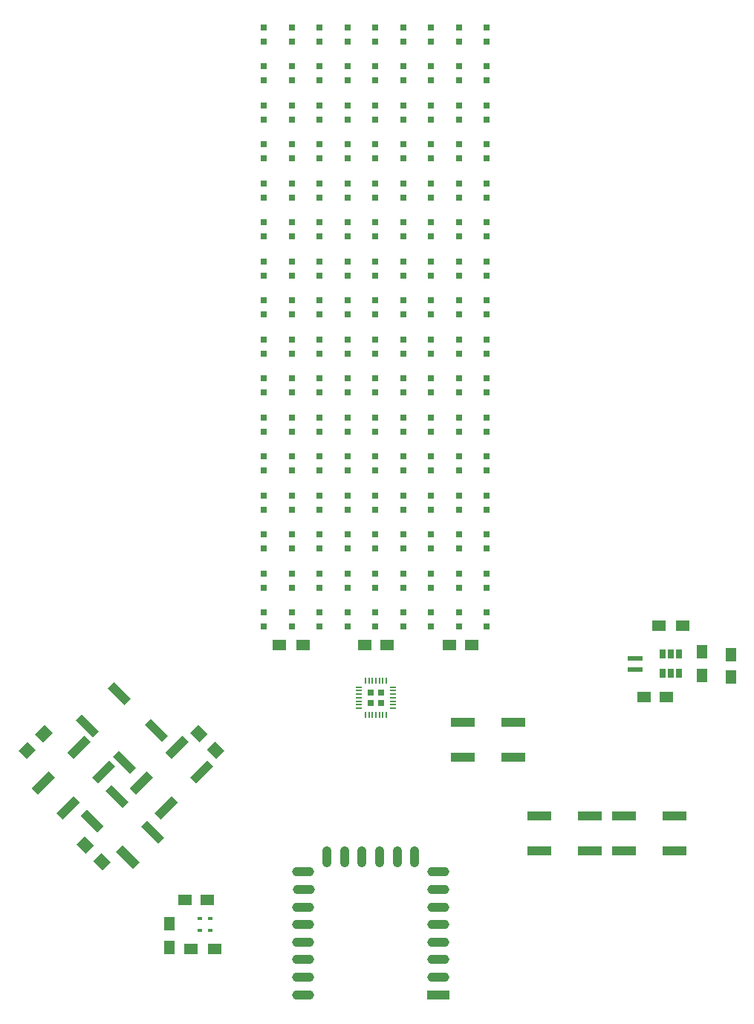
<source format=gtp>
G04 #@! TF.FileFunction,Paste,Top*
%FSLAX46Y46*%
G04 Gerber Fmt 4.6, Leading zero omitted, Abs format (unit mm)*
G04 Created by KiCad (PCBNEW 4.0.4-stable) date 05/15/17 11:58:30*
%MOMM*%
%LPD*%
G01*
G04 APERTURE LIST*
%ADD10C,0.100000*%
%ADD11R,0.800000X0.800000*%
%ADD12R,1.500000X1.250000*%
%ADD13R,1.500000X1.300000*%
%ADD14R,2.500000X1.100000*%
%ADD15O,2.500000X1.100000*%
%ADD16O,1.100000X2.400000*%
%ADD17R,1.300000X1.500000*%
%ADD18R,0.200000X0.800000*%
%ADD19R,0.800000X0.200000*%
%ADD20R,0.720000X0.720000*%
%ADD21R,0.600000X0.450000*%
%ADD22R,2.750000X1.000000*%
%ADD23R,0.650000X1.060000*%
%ADD24R,1.250000X1.500000*%
%ADD25R,1.800000X0.600000*%
G04 APERTURE END LIST*
D10*
G36*
X57398978Y-115925414D02*
X58106085Y-115218307D01*
X60050628Y-117162850D01*
X59343521Y-117869957D01*
X57398978Y-115925414D01*
X57398978Y-115925414D01*
G37*
G36*
X53207249Y-111733685D02*
X53914356Y-111026578D01*
X55858899Y-112971121D01*
X55151792Y-113678228D01*
X53207249Y-111733685D01*
X53207249Y-111733685D01*
G37*
G36*
X49558578Y-115382356D02*
X50265685Y-114675249D01*
X52210228Y-116619792D01*
X51503121Y-117326899D01*
X49558578Y-115382356D01*
X49558578Y-115382356D01*
G37*
G36*
X53750307Y-119574085D02*
X54457414Y-118866978D01*
X56401957Y-120811521D01*
X55694850Y-121518628D01*
X53750307Y-119574085D01*
X53750307Y-119574085D01*
G37*
D11*
X96378000Y-38071000D03*
X96378000Y-36471000D03*
X96378000Y-42516000D03*
X96378000Y-40916000D03*
X96378000Y-46961000D03*
X96378000Y-45361000D03*
X96378000Y-51406000D03*
X96378000Y-49806000D03*
X96378000Y-55851000D03*
X96378000Y-54251000D03*
X96378000Y-60296000D03*
X96378000Y-58696000D03*
X96378000Y-64741000D03*
X96378000Y-63141000D03*
X96378000Y-69186000D03*
X96378000Y-67586000D03*
X96378000Y-73631000D03*
X96378000Y-72031000D03*
X96378000Y-78076000D03*
X96378000Y-76476000D03*
X96378000Y-82521000D03*
X96378000Y-80921000D03*
X96378000Y-86966000D03*
X96378000Y-85366000D03*
X96378000Y-91411000D03*
X96378000Y-89811000D03*
X96378000Y-95856000D03*
X96378000Y-94256000D03*
X96378000Y-100301000D03*
X96378000Y-98701000D03*
X96378000Y-104746000D03*
X96378000Y-103146000D03*
D12*
X92158500Y-106870500D03*
X94658500Y-106870500D03*
D11*
X93203000Y-38071000D03*
X93203000Y-36471000D03*
X93203000Y-42516000D03*
X93203000Y-40916000D03*
X93203000Y-46961000D03*
X93203000Y-45361000D03*
X93203000Y-51406000D03*
X93203000Y-49806000D03*
X93203000Y-55851000D03*
X93203000Y-54251000D03*
X93203000Y-60296000D03*
X93203000Y-58696000D03*
X93203000Y-64741000D03*
X93203000Y-63141000D03*
X93203000Y-69186000D03*
X93203000Y-67586000D03*
X93203000Y-73631000D03*
X93203000Y-72031000D03*
X93203000Y-78076000D03*
X93203000Y-76476000D03*
X93203000Y-82521000D03*
X93203000Y-80921000D03*
X93203000Y-86966000D03*
X93203000Y-85366000D03*
X93203000Y-91411000D03*
X93203000Y-89811000D03*
X93203000Y-95856000D03*
X93203000Y-94256000D03*
X93203000Y-100301000D03*
X93203000Y-98701000D03*
X93203000Y-104746000D03*
X93203000Y-103146000D03*
D12*
X85006500Y-106870500D03*
X82506500Y-106870500D03*
D11*
X90028000Y-38071000D03*
X90028000Y-36471000D03*
X90028000Y-42516000D03*
X90028000Y-40916000D03*
X90028000Y-46961000D03*
X90028000Y-45361000D03*
X90028000Y-51406000D03*
X90028000Y-49806000D03*
X90028000Y-55851000D03*
X90028000Y-54251000D03*
X90028000Y-60296000D03*
X90028000Y-58696000D03*
X90028000Y-64741000D03*
X90028000Y-63141000D03*
X90028000Y-69186000D03*
X90028000Y-67586000D03*
X90028000Y-73631000D03*
X90028000Y-72031000D03*
X90028000Y-78076000D03*
X90028000Y-76476000D03*
X90028000Y-82521000D03*
X90028000Y-80921000D03*
X90028000Y-86966000D03*
X90028000Y-85366000D03*
X90028000Y-91411000D03*
X90028000Y-89811000D03*
X90028000Y-95856000D03*
X90028000Y-94256000D03*
X90028000Y-100301000D03*
X90028000Y-98701000D03*
X90028000Y-104746000D03*
X90028000Y-103146000D03*
X86853000Y-38071000D03*
X86853000Y-36471000D03*
X86853000Y-42516000D03*
X86853000Y-40916000D03*
X86853000Y-46961000D03*
X86853000Y-45361000D03*
X86853000Y-51406000D03*
X86853000Y-49806000D03*
X86853000Y-55851000D03*
X86853000Y-54251000D03*
X86853000Y-60296000D03*
X86853000Y-58696000D03*
X86853000Y-64741000D03*
X86853000Y-63141000D03*
X86853000Y-69186000D03*
X86853000Y-67586000D03*
X86853000Y-73631000D03*
X86853000Y-72031000D03*
X86853000Y-78076000D03*
X86853000Y-76476000D03*
X86853000Y-82521000D03*
X86853000Y-80921000D03*
X86853000Y-86966000D03*
X86853000Y-85366000D03*
X86853000Y-91411000D03*
X86853000Y-89811000D03*
X86853000Y-95856000D03*
X86853000Y-94256000D03*
X86853000Y-100301000D03*
X86853000Y-98701000D03*
X86853000Y-104746000D03*
X86853000Y-103146000D03*
X83678000Y-38071000D03*
X83678000Y-36471000D03*
X83678000Y-42516000D03*
X83678000Y-40916000D03*
X83678000Y-46961000D03*
X83678000Y-45361000D03*
X83678000Y-51406000D03*
X83678000Y-49806000D03*
X83678000Y-55851000D03*
X83678000Y-54251000D03*
X83678000Y-60296000D03*
X83678000Y-58696000D03*
X83678000Y-64741000D03*
X83678000Y-63141000D03*
X83678000Y-69186000D03*
X83678000Y-67586000D03*
X83678000Y-73631000D03*
X83678000Y-72031000D03*
X83678000Y-78076000D03*
X83678000Y-76476000D03*
X83678000Y-82521000D03*
X83678000Y-80921000D03*
X83678000Y-86966000D03*
X83678000Y-85366000D03*
X83678000Y-91411000D03*
X83678000Y-89811000D03*
X83678000Y-95856000D03*
X83678000Y-94256000D03*
X83678000Y-100301000D03*
X83678000Y-98701000D03*
X83678000Y-104746000D03*
X83678000Y-103146000D03*
X80503000Y-38071000D03*
X80503000Y-36471000D03*
X80503000Y-42516000D03*
X80503000Y-40916000D03*
X80503000Y-46961000D03*
X80503000Y-45361000D03*
X80503000Y-51406000D03*
X80503000Y-49806000D03*
X80503000Y-55851000D03*
X80503000Y-54251000D03*
X80503000Y-60296000D03*
X80503000Y-58696000D03*
X80503000Y-64741000D03*
X80503000Y-63141000D03*
X80503000Y-69186000D03*
X80503000Y-67586000D03*
X80503000Y-73631000D03*
X80503000Y-72031000D03*
X80503000Y-78076000D03*
X80503000Y-76476000D03*
X80503000Y-82521000D03*
X80503000Y-80921000D03*
X80503000Y-86966000D03*
X80503000Y-85366000D03*
X80503000Y-91411000D03*
X80503000Y-89811000D03*
X80503000Y-95856000D03*
X80503000Y-94256000D03*
X80503000Y-100301000D03*
X80503000Y-98701000D03*
X80503000Y-104746000D03*
X80503000Y-103146000D03*
X77328000Y-38071000D03*
X77328000Y-36471000D03*
X77328000Y-42516000D03*
X77328000Y-40916000D03*
X77328000Y-46961000D03*
X77328000Y-45361000D03*
X77328000Y-51406000D03*
X77328000Y-49806000D03*
X77328000Y-55851000D03*
X77328000Y-54251000D03*
X77328000Y-60296000D03*
X77328000Y-58696000D03*
X77328000Y-64741000D03*
X77328000Y-63141000D03*
X77328000Y-69186000D03*
X77328000Y-67586000D03*
X77328000Y-73631000D03*
X77328000Y-72031000D03*
X77328000Y-78076000D03*
X77328000Y-76476000D03*
X77328000Y-82521000D03*
X77328000Y-80921000D03*
X77328000Y-86966000D03*
X77328000Y-85366000D03*
X77328000Y-91411000D03*
X77328000Y-89811000D03*
X77328000Y-95856000D03*
X77328000Y-94256000D03*
X77328000Y-100301000D03*
X77328000Y-98701000D03*
X77328000Y-104746000D03*
X77328000Y-103146000D03*
X74153000Y-38071000D03*
X74153000Y-36471000D03*
X74153000Y-42516000D03*
X74153000Y-40916000D03*
X74153000Y-46961000D03*
X74153000Y-45361000D03*
X74153000Y-51406000D03*
X74153000Y-49806000D03*
X74153000Y-55851000D03*
X74153000Y-54251000D03*
X74153000Y-60296000D03*
X74153000Y-58696000D03*
X74153000Y-64741000D03*
X74153000Y-63141000D03*
X74153000Y-69186000D03*
X74153000Y-67586000D03*
X74153000Y-73631000D03*
X74153000Y-72031000D03*
X74153000Y-78076000D03*
X74153000Y-76476000D03*
X74153000Y-82521000D03*
X74153000Y-80921000D03*
X74153000Y-86966000D03*
X74153000Y-85366000D03*
X74153000Y-91411000D03*
X74153000Y-89811000D03*
X74153000Y-95856000D03*
X74153000Y-94256000D03*
X74153000Y-100301000D03*
X74153000Y-98701000D03*
X74153000Y-104746000D03*
X74153000Y-103146000D03*
X70978000Y-38071000D03*
X70978000Y-36471000D03*
X70978000Y-42516000D03*
X70978000Y-40916000D03*
X70978000Y-46961000D03*
X70978000Y-45361000D03*
X70978000Y-51406000D03*
X70978000Y-49806000D03*
X70978000Y-55851000D03*
X70978000Y-54251000D03*
X70978000Y-60296000D03*
X70978000Y-58696000D03*
X70978000Y-64741000D03*
X70978000Y-63141000D03*
X70978000Y-69186000D03*
X70978000Y-67586000D03*
X70978000Y-73631000D03*
X70978000Y-72031000D03*
X70978000Y-78076000D03*
X70978000Y-76476000D03*
X70978000Y-82521000D03*
X70978000Y-80921000D03*
X70978000Y-86966000D03*
X70978000Y-85366000D03*
X70978000Y-91411000D03*
X70978000Y-89811000D03*
X70978000Y-95856000D03*
X70978000Y-94256000D03*
X70978000Y-100301000D03*
X70978000Y-98701000D03*
X70978000Y-104746000D03*
X70978000Y-103146000D03*
D13*
X72754500Y-106870500D03*
X75454500Y-106870500D03*
D14*
X90870000Y-146685000D03*
D15*
X90870000Y-144685000D03*
X90870000Y-142685000D03*
X90870000Y-140685000D03*
X90870000Y-138685000D03*
X90870000Y-136685000D03*
X90870000Y-134685000D03*
X90870000Y-132685000D03*
X75470000Y-132685000D03*
X75570000Y-134685000D03*
X75470000Y-136685000D03*
X75470000Y-138685000D03*
X75470000Y-140685000D03*
X75470000Y-142685000D03*
X75470000Y-144685000D03*
X75470000Y-146685000D03*
D16*
X88180000Y-130935000D03*
X86180000Y-130935000D03*
X84180000Y-130935000D03*
X82180000Y-130935000D03*
X80180000Y-130935000D03*
X78180000Y-130935000D03*
D12*
X61996000Y-135890000D03*
X64496000Y-135890000D03*
D13*
X62658000Y-141478000D03*
X65358000Y-141478000D03*
D17*
X60198000Y-141304000D03*
X60198000Y-138604000D03*
D18*
X82556500Y-114789500D03*
X82956500Y-114789500D03*
X83356500Y-114789500D03*
X83756500Y-114789500D03*
X84156500Y-114789500D03*
X84556500Y-114789500D03*
X84956500Y-114789500D03*
D19*
X85706500Y-114039500D03*
X85706500Y-113639500D03*
X85706500Y-113239500D03*
X85706500Y-112839500D03*
X85706500Y-112439500D03*
X85706500Y-112039500D03*
X85706500Y-111639500D03*
D18*
X84956500Y-110889500D03*
X84556500Y-110889500D03*
X84156500Y-110889500D03*
X83756500Y-110889500D03*
X83356500Y-110889500D03*
X82956500Y-110889500D03*
X82556500Y-110889500D03*
D19*
X81806500Y-111639500D03*
X81806500Y-112039500D03*
X81806500Y-112439500D03*
X81806500Y-112839500D03*
X81806500Y-113239500D03*
X81806500Y-113639500D03*
X81806500Y-114039500D03*
D20*
X84356500Y-112239500D03*
X83156500Y-112239500D03*
X84356500Y-113439500D03*
X83156500Y-113439500D03*
D21*
X64862000Y-137984000D03*
X63662000Y-137984000D03*
X63662000Y-139384000D03*
X64862000Y-139384000D03*
D10*
G36*
X66460543Y-118881305D02*
X65541305Y-119800543D01*
X64480645Y-118739883D01*
X65399883Y-117820645D01*
X66460543Y-118881305D01*
X66460543Y-118881305D01*
G37*
G36*
X64551355Y-116972117D02*
X63632117Y-117891355D01*
X62571457Y-116830695D01*
X63490695Y-115911457D01*
X64551355Y-116972117D01*
X64551355Y-116972117D01*
G37*
G36*
X43932695Y-119800543D02*
X43013457Y-118881305D01*
X44074117Y-117820645D01*
X44993355Y-118739883D01*
X43932695Y-119800543D01*
X43932695Y-119800543D01*
G37*
G36*
X45841883Y-117891355D02*
X44922645Y-116972117D01*
X45983305Y-115911457D01*
X46902543Y-116830695D01*
X45841883Y-117891355D01*
X45841883Y-117891355D01*
G37*
G36*
X49617457Y-129530695D02*
X50536695Y-128611457D01*
X51597355Y-129672117D01*
X50678117Y-130591355D01*
X49617457Y-129530695D01*
X49617457Y-129530695D01*
G37*
G36*
X51526645Y-131439883D02*
X52445883Y-130520645D01*
X53506543Y-131581305D01*
X52587305Y-132500543D01*
X51526645Y-131439883D01*
X51526645Y-131439883D01*
G37*
D22*
X93640000Y-119602000D03*
X99400000Y-119602000D03*
X99400000Y-115602000D03*
X93640000Y-115602000D03*
D10*
G36*
X60448464Y-124044856D02*
X61155571Y-124751963D01*
X59211028Y-126696506D01*
X58503921Y-125989399D01*
X60448464Y-124044856D01*
X60448464Y-124044856D01*
G37*
G36*
X64521399Y-119971921D02*
X65228506Y-120679028D01*
X63283963Y-122623571D01*
X62576856Y-121916464D01*
X64521399Y-119971921D01*
X64521399Y-119971921D01*
G37*
G36*
X61692972Y-117143494D02*
X62400079Y-117850601D01*
X60455536Y-119795144D01*
X59748429Y-119088037D01*
X61692972Y-117143494D01*
X61692972Y-117143494D01*
G37*
G36*
X57620037Y-121216429D02*
X58327144Y-121923536D01*
X56382601Y-123868079D01*
X55675494Y-123160972D01*
X57620037Y-121216429D01*
X57620037Y-121216429D01*
G37*
G36*
X49279536Y-119795144D02*
X48572429Y-119088037D01*
X50516972Y-117143494D01*
X51224079Y-117850601D01*
X49279536Y-119795144D01*
X49279536Y-119795144D01*
G37*
G36*
X45206601Y-123868079D02*
X44499494Y-123160972D01*
X46444037Y-121216429D01*
X47151144Y-121923536D01*
X45206601Y-123868079D01*
X45206601Y-123868079D01*
G37*
G36*
X48035028Y-126696506D02*
X47327921Y-125989399D01*
X49272464Y-124044856D01*
X49979571Y-124751963D01*
X48035028Y-126696506D01*
X48035028Y-126696506D01*
G37*
G36*
X52107963Y-122623571D02*
X51400856Y-121916464D01*
X53345399Y-119971921D01*
X54052506Y-120679028D01*
X52107963Y-122623571D01*
X52107963Y-122623571D01*
G37*
G36*
X52739144Y-127504464D02*
X52032037Y-128211571D01*
X50087494Y-126267028D01*
X50794601Y-125559921D01*
X52739144Y-127504464D01*
X52739144Y-127504464D01*
G37*
G36*
X56812079Y-131577399D02*
X56104972Y-132284506D01*
X54160429Y-130339963D01*
X54867536Y-129632856D01*
X56812079Y-131577399D01*
X56812079Y-131577399D01*
G37*
G36*
X59640506Y-128748972D02*
X58933399Y-129456079D01*
X56988856Y-127511536D01*
X57695963Y-126804429D01*
X59640506Y-128748972D01*
X59640506Y-128748972D01*
G37*
G36*
X55567571Y-124676037D02*
X54860464Y-125383144D01*
X52915921Y-123438601D01*
X53623028Y-122731494D01*
X55567571Y-124676037D01*
X55567571Y-124676037D01*
G37*
D22*
X102403000Y-130270000D03*
X108163000Y-130270000D03*
X108163000Y-126270000D03*
X102403000Y-126270000D03*
X112055000Y-130270000D03*
X117815000Y-130270000D03*
X117815000Y-126270000D03*
X112055000Y-126270000D03*
D23*
X116398000Y-110066000D03*
X117348000Y-110066000D03*
X118298000Y-110066000D03*
X118298000Y-107866000D03*
X116398000Y-107866000D03*
X117348000Y-107866000D03*
D12*
X116820000Y-112776000D03*
X114320000Y-112776000D03*
D24*
X124206000Y-110470000D03*
X124206000Y-107970000D03*
D25*
X113284000Y-109591000D03*
X113284000Y-108341000D03*
D13*
X115998000Y-104648000D03*
X118698000Y-104648000D03*
D17*
X120904000Y-110316000D03*
X120904000Y-107616000D03*
M02*

</source>
